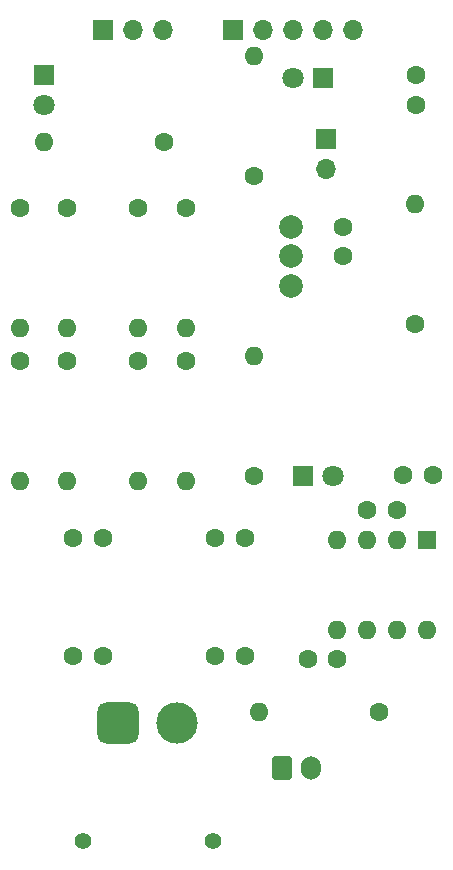
<source format=gbr>
%TF.GenerationSoftware,KiCad,Pcbnew,8.0.9-8.0.9-0~ubuntu24.04.1*%
%TF.CreationDate,2025-04-02T15:18:25+09:00*%
%TF.ProjectId,ServoDriver,53657276-6f44-4726-9976-65722e6b6963,rev?*%
%TF.SameCoordinates,Original*%
%TF.FileFunction,Soldermask,Bot*%
%TF.FilePolarity,Negative*%
%FSLAX46Y46*%
G04 Gerber Fmt 4.6, Leading zero omitted, Abs format (unit mm)*
G04 Created by KiCad (PCBNEW 8.0.9-8.0.9-0~ubuntu24.04.1) date 2025-04-02 15:18:25*
%MOMM*%
%LPD*%
G01*
G04 APERTURE LIST*
G04 Aperture macros list*
%AMRoundRect*
0 Rectangle with rounded corners*
0 $1 Rounding radius*
0 $2 $3 $4 $5 $6 $7 $8 $9 X,Y pos of 4 corners*
0 Add a 4 corners polygon primitive as box body*
4,1,4,$2,$3,$4,$5,$6,$7,$8,$9,$2,$3,0*
0 Add four circle primitives for the rounded corners*
1,1,$1+$1,$2,$3*
1,1,$1+$1,$4,$5*
1,1,$1+$1,$6,$7*
1,1,$1+$1,$8,$9*
0 Add four rect primitives between the rounded corners*
20,1,$1+$1,$2,$3,$4,$5,0*
20,1,$1+$1,$4,$5,$6,$7,0*
20,1,$1+$1,$6,$7,$8,$9,0*
20,1,$1+$1,$8,$9,$2,$3,0*%
G04 Aperture macros list end*
%ADD10C,1.600000*%
%ADD11O,1.600000X1.600000*%
%ADD12O,1.700000X1.700000*%
%ADD13R,1.700000X1.700000*%
%ADD14C,2.000000*%
%ADD15R,1.600000X1.600000*%
%ADD16C,1.400000*%
%ADD17RoundRect,0.770000X0.980000X0.980000X-0.980000X0.980000X-0.980000X-0.980000X0.980000X-0.980000X0*%
%ADD18C,3.500000*%
%ADD19C,1.800000*%
%ADD20R,1.800000X1.800000*%
%ADD21RoundRect,0.250000X-0.600000X-0.750000X0.600000X-0.750000X0.600000X0.750000X-0.600000X0.750000X0*%
%ADD22O,1.700000X2.000000*%
G04 APERTURE END LIST*
D10*
%TO.C,0.1\u03BCF*%
X105000000Y-130000000D03*
X102500000Y-130000000D03*
%TD*%
%TO.C,1*%
X98000000Y-115000000D03*
D11*
X98000000Y-125160000D03*
%TD*%
D10*
%TO.C,0.33\u03BCF*%
X117000000Y-140000000D03*
X114500000Y-140000000D03*
%TD*%
%TO.C,0.1\u03BCF*%
X117000000Y-130000000D03*
X114500000Y-130000000D03*
%TD*%
%TO.C,0.1\u03BCF*%
X127400000Y-127625000D03*
X129900000Y-127625000D03*
%TD*%
D12*
%TO.C,J2*%
X123875000Y-98715000D03*
D13*
X123875000Y-96175000D03*
%TD*%
D11*
%TO.C,330*%
X99970000Y-96475000D03*
D10*
X110130000Y-96475000D03*
%TD*%
%TO.C,1*%
X108000000Y-115000000D03*
D11*
X108000000Y-125160000D03*
%TD*%
D10*
%TO.C,1*%
X102000000Y-115000000D03*
D11*
X102000000Y-125160000D03*
%TD*%
%TO.C,10k*%
X131430000Y-101660000D03*
D10*
X131430000Y-111820000D03*
%TD*%
D13*
%TO.C,J3*%
X116000000Y-87000000D03*
D12*
X118540000Y-87000000D03*
X121080000Y-87000000D03*
X123620000Y-87000000D03*
X126160000Y-87000000D03*
%TD*%
D10*
%TO.C,0.1\u03BCF*%
X131500000Y-93300000D03*
X131500000Y-90800000D03*
%TD*%
%TO.C,1*%
X108000000Y-102000000D03*
D11*
X108000000Y-112160000D03*
%TD*%
D10*
%TO.C,1*%
X112000000Y-115000000D03*
D11*
X112000000Y-125160000D03*
%TD*%
D14*
%TO.C,U4*%
X120950000Y-108625000D03*
X120950000Y-106125000D03*
X120950000Y-103625000D03*
%TD*%
D10*
%TO.C,120*%
X128355000Y-144725000D03*
D11*
X118195000Y-144725000D03*
%TD*%
%TO.C,330*%
X117800000Y-89170000D03*
D10*
X117800000Y-99330000D03*
%TD*%
D15*
%TO.C,U2*%
X132430000Y-130100000D03*
D11*
X129890000Y-130100000D03*
X127350000Y-130100000D03*
X124810000Y-130100000D03*
X124810000Y-137720000D03*
X127350000Y-137720000D03*
X129890000Y-137720000D03*
X132430000Y-137720000D03*
%TD*%
D16*
%TO.C,J4*%
X114300000Y-155625000D03*
X103300000Y-155625000D03*
D17*
X106300000Y-145625000D03*
D18*
X111300000Y-145625000D03*
%TD*%
D19*
%TO.C,3.3V*%
X121080000Y-91050000D03*
D20*
X123620000Y-91050000D03*
%TD*%
D10*
%TO.C,1*%
X102000000Y-102000000D03*
D11*
X102000000Y-112160000D03*
%TD*%
D10*
%TO.C,1*%
X112000000Y-102000000D03*
D11*
X112000000Y-112160000D03*
%TD*%
D10*
%TO.C,330*%
X117825000Y-124725000D03*
D11*
X117825000Y-114565000D03*
%TD*%
D20*
%TO.C,5V*%
X99975000Y-90750000D03*
D19*
X99975000Y-93290000D03*
%TD*%
D13*
%TO.C,J5*%
X104975000Y-87000000D03*
D12*
X107515000Y-87000000D03*
X110055000Y-87000000D03*
%TD*%
D10*
%TO.C,0.33\u03BCF*%
X105000000Y-140000000D03*
X102500000Y-140000000D03*
%TD*%
%TO.C,0.1\u03BCF*%
X132910000Y-124600000D03*
X130410000Y-124600000D03*
%TD*%
%TO.C,3.3\u03BCF*%
X125300000Y-103600000D03*
X125300000Y-106100000D03*
%TD*%
%TO.C,0.1\u03BCF*%
X124825000Y-140225000D03*
X122325000Y-140225000D03*
%TD*%
D20*
%TO.C,mc*%
X121930000Y-124725000D03*
D19*
X124470000Y-124725000D03*
%TD*%
D10*
%TO.C,1*%
X98000000Y-102000000D03*
D11*
X98000000Y-112160000D03*
%TD*%
D21*
%TO.C,J1*%
X120125000Y-149425000D03*
D22*
X122625000Y-149425000D03*
%TD*%
M02*

</source>
